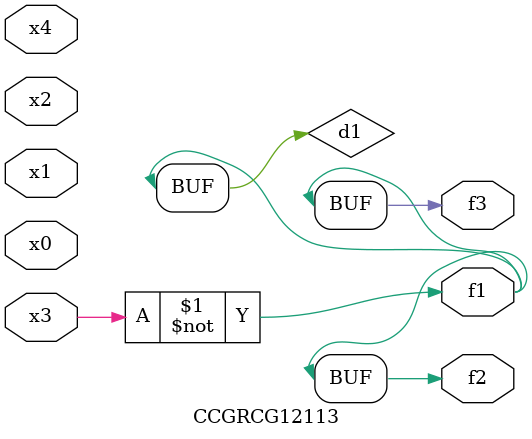
<source format=v>
module CCGRCG12113(
	input x0, x1, x2, x3, x4,
	output f1, f2, f3
);

	wire d1, d2;

	xnor (d1, x3);
	not (d2, x1);
	assign f1 = d1;
	assign f2 = d1;
	assign f3 = d1;
endmodule

</source>
